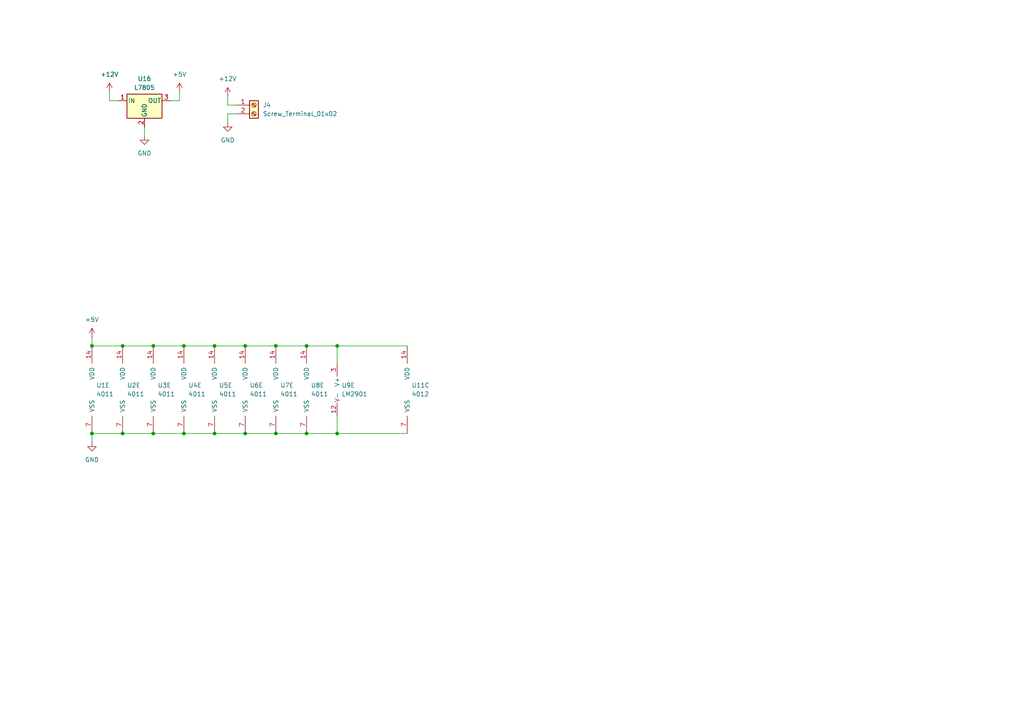
<source format=kicad_sch>
(kicad_sch (version 20231120) (generator "eeschema") (generator_version "8.0")
  (paper "A4")
  (lib_symbols
    (symbol "4xxx:4011" (pin_names (offset 1.016))
      (property "Reference" "U" (at 0 1.27 0))
      (property "Value" "4011" (at 0 -1.27 0))
      (symbol "4011_1_1"
        (arc (start 0 -3.81) (mid 3.7934 0) (end 0 3.81) (stroke (width 0.254)) (fill (type background)))
        (polyline (pts (xy 0 3.81) (xy -3.81 3.81) (xy -3.81 -3.81) (xy 0 -3.81)) (stroke (width 0.254)) (fill (type background)))
        (pin input line (at -7.62 2.54 0) (length 3.81) (name "~") (number "1"))
        (pin input line (at -7.62 -2.54 0) (length 3.81) (name "~") (number "2"))
        (pin output inverted (at 7.62 0 180) (length 3.81) (name "~") (number "3"))
      )
      (symbol "4011_1_2"
        (arc (start -3.81 -3.81) (mid -2.589 0) (end -3.81 3.81) (stroke (width 0.254)))
        (arc (start -0.6096 -3.81) (mid 2.1842 -2.5851) (end 3.81 0) (stroke (width 0.254)) (fill (type background)))
        (polyline (pts (xy -3.81 -3.81) (xy -0.635 -3.81)) (stroke (width 0.254)) (fill (type background)))
        (polyline (pts (xy -3.81 3.81) (xy -0.635 3.81)) (stroke (width 0.254)) (fill (type background)))
        (polyline (pts (xy -0.635 3.81) (xy -3.81 3.81) (xy -3.81 3.81) (xy -3.556 3.4036) (xy -3.0226 2.2606) (xy -2.6924 1.0414) (xy -2.6162 -0.254) (xy -2.7686 -1.4986) (xy -3.175 -2.7178) (xy -3.81 -3.81) (xy -3.81 -3.81) (xy -0.635 -3.81)) (stroke (width -25.4)) (fill (type background)))
        (arc (start 3.81 0) (mid 2.1915 2.5936) (end -0.6096 3.81) (stroke (width 0.254)) (fill (type background)))
        (pin input inverted (at -7.62 2.54 0) (length 4.318) (name "~") (number "1"))
        (pin input inverted (at -7.62 -2.54 0) (length 4.318) (name "~") (number "2"))
        (pin output line (at 7.62 0 180) (length 3.81) (name "~") (number "3"))
      )
      (symbol "4011_2_1"
        (arc (start 0 -3.81) (mid 3.7934 0) (end 0 3.81) (stroke (width 0.254)) (fill (type background)))
        (polyline (pts (xy 0 3.81) (xy -3.81 3.81) (xy -3.81 -3.81) (xy 0 -3.81)) (stroke (width 0.254)) (fill (type background)))
        (pin output inverted (at 7.62 0 180) (length 3.81) (name "~") (number "4"))
        (pin input line (at -7.62 2.54 0) (length 3.81) (name "~") (number "5"))
        (pin input line (at -7.62 -2.54 0) (length 3.81) (name "~") (number "6"))
      )
      (symbol "4011_2_2"
        (arc (start -3.81 -3.81) (mid -2.589 0) (end -3.81 3.81) (stroke (width 0.254)))
        (arc (start -0.6096 -3.81) (mid 2.1842 -2.5851) (end 3.81 0) (stroke (width 0.254)) (fill (type background)))
        (polyline (pts (xy -3.81 -3.81) (xy -0.635 -3.81)) (stroke (width 0.254)) (fill (type background)))
        (polyline (pts (xy -3.81 3.81) (xy -0.635 3.81)) (stroke (width 0.254)) (fill (type background)))
        (polyline (pts (xy -0.635 3.81) (xy -3.81 3.81) (xy -3.81 3.81) (xy -3.556 3.4036) (xy -3.0226 2.2606) (xy -2.6924 1.0414) (xy -2.6162 -0.254) (xy -2.7686 -1.4986) (xy -3.175 -2.7178) (xy -3.81 -3.81) (xy -3.81 -3.81) (xy -0.635 -3.81)) (stroke (width -25.4)) (fill (type background)))
        (arc (start 3.81 0) (mid 2.1915 2.5936) (end -0.6096 3.81) (stroke (width 0.254)) (fill (type background)))
        (pin output line (at 7.62 0 180) (length 3.81) (name "~") (number "4"))
        (pin input inverted (at -7.62 2.54 0) (length 4.318) (name "~") (number "5"))
        (pin input inverted (at -7.62 -2.54 0) (length 4.318) (name "~") (number "6"))
      )
      (symbol "4011_3_1"
        (arc (start 0 -3.81) (mid 3.7934 0) (end 0 3.81) (stroke (width 0.254)) (fill (type background)))
        (polyline (pts (xy 0 3.81) (xy -3.81 3.81) (xy -3.81 -3.81) (xy 0 -3.81)) (stroke (width 0.254)) (fill (type background)))
        (pin output inverted (at 7.62 0 180) (length 3.81) (name "~") (number "10"))
        (pin input line (at -7.62 2.54 0) (length 3.81) (name "~") (number "8"))
        (pin input line (at -7.62 -2.54 0) (length 3.81) (name "~") (number "9"))
      )
      (symbol "4011_3_2"
        (arc (start -3.81 -3.81) (mid -2.589 0) (end -3.81 3.81) (stroke (width 0.254)))
        (arc (start -0.6096 -3.81) (mid 2.1842 -2.5851) (end 3.81 0) (stroke (width 0.254)) (fill (type background)))
        (polyline (pts (xy -3.81 -3.81) (xy -0.635 -3.81)) (stroke (width 0.254)) (fill (type background)))
        (polyline (pts (xy -3.81 3.81) (xy -0.635 3.81)) (stroke (width 0.254)) (fill (type background)))
        (polyline (pts (xy -0.635 3.81) (xy -3.81 3.81) (xy -3.81 3.81) (xy -3.556 3.4036) (xy -3.0226 2.2606) (xy -2.6924 1.0414) (xy -2.6162 -0.254) (xy -2.7686 -1.4986) (xy -3.175 -2.7178) (xy -3.81 -3.81) (xy -3.81 -3.81) (xy -0.635 -3.81)) (stroke (width -25.4)) (fill (type background)))
        (arc (start 3.81 0) (mid 2.1915 2.5936) (end -0.6096 3.81) (stroke (width 0.254)) (fill (type background)))
        (pin output line (at 7.62 0 180) (length 3.81) (name "~") (number "10"))
        (pin input inverted (at -7.62 2.54 0) (length 4.318) (name "~") (number "8"))
        (pin input inverted (at -7.62 -2.54 0) (length 4.318) (name "~") (number "9"))
      )
      (symbol "4011_4_1"
        (arc (start 0 -3.81) (mid 3.7934 0) (end 0 3.81) (stroke (width 0.254)) (fill (type background)))
        (polyline (pts (xy 0 3.81) (xy -3.81 3.81) (xy -3.81 -3.81) (xy 0 -3.81)) (stroke (width 0.254)) (fill (type background)))
        (pin output inverted (at 7.62 0 180) (length 3.81) (name "~") (number "11"))
        (pin input line (at -7.62 2.54 0) (length 3.81) (name "~") (number "12"))
        (pin input line (at -7.62 -2.54 0) (length 3.81) (name "~") (number "13"))
      )
      (symbol "4011_4_2"
        (arc (start -3.81 -3.81) (mid -2.589 0) (end -3.81 3.81) (stroke (width 0.254)))
        (arc (start -0.6096 -3.81) (mid 2.1842 -2.5851) (end 3.81 0) (stroke (width 0.254)) (fill (type background)))
        (polyline (pts (xy -3.81 -3.81) (xy -0.635 -3.81)) (stroke (width 0.254)) (fill (type background)))
        (polyline (pts (xy -3.81 3.81) (xy -0.635 3.81)) (stroke (width 0.254)) (fill (type background)))
        (polyline (pts (xy -0.635 3.81) (xy -3.81 3.81) (xy -3.81 3.81) (xy -3.556 3.4036) (xy -3.0226 2.2606) (xy -2.6924 1.0414) (xy -2.6162 -0.254) (xy -2.7686 -1.4986) (xy -3.175 -2.7178) (xy -3.81 -3.81) (xy -3.81 -3.81) (xy -0.635 -3.81)) (stroke (width -25.4)) (fill (type background)))
        (arc (start 3.81 0) (mid 2.1915 2.5936) (end -0.6096 3.81) (stroke (width 0.254)) (fill (type background)))
        (pin output line (at 7.62 0 180) (length 3.81) (name "~") (number "11"))
        (pin input inverted (at -7.62 2.54 0) (length 4.318) (name "~") (number "12"))
        (pin input inverted (at -7.62 -2.54 0) (length 4.318) (name "~") (number "13"))
      )
      (symbol "4011_5_0"
        (pin power_in line (at 0 12.7 270) (length 5.08) (name "VDD") (number "14"))
        (pin power_in line (at 0 -12.7 90) (length 5.08) (name "VSS") (number "7"))
      )
      (symbol "4011_5_1"
        (rectangle (start -5.08 7.62) (end 5.08 -7.62) (stroke (width 0.254)) (fill (type background)))
      )
    )
    (symbol "4xxx:4012" (pin_names (offset 1.016))
      (property "Reference" "U" (at 0 1.27 0))
      (property "Value" "4012" (at 0 -1.27 0))
      (symbol "4012_1_1"
        (arc (start -0.635 -4.445) (mid 3.7907 0) (end -0.635 4.445) (stroke (width 0.254)) (fill (type background)))
        (polyline (pts (xy -0.635 4.445) (xy -3.81 4.445) (xy -3.81 -4.445) (xy -0.635 -4.445)) (stroke (width 0.254)) (fill (type background)))
        (pin output inverted (at 7.62 0 180) (length 3.81) (name "~") (number "1"))
        (pin input line (at -7.62 3.81 0) (length 3.81) (name "~") (number "2"))
        (pin input line (at -7.62 1.27 0) (length 3.81) (name "~") (number "3"))
        (pin input line (at -7.62 -1.27 0) (length 3.81) (name "~") (number "4"))
        (pin input line (at -7.62 -3.81 0) (length 3.81) (name "~") (number "5"))
      )
      (symbol "4012_1_2"
        (arc (start -3.81 -4.445) (mid -2.5908 0) (end -3.81 4.445) (stroke (width 0.254)))
        (arc (start -0.6096 -4.445) (mid 2.2246 -2.8422) (end 3.81 0) (stroke (width 0.254)) (fill (type background)))
        (polyline (pts (xy -3.81 -4.445) (xy -0.635 -4.445)) (stroke (width 0.254)) (fill (type background)))
        (polyline (pts (xy -3.81 4.445) (xy -0.635 4.445)) (stroke (width 0.254)) (fill (type background)))
        (polyline (pts (xy -0.635 4.445) (xy -3.81 4.445) (xy -3.81 4.445) (xy -3.6322 4.0894) (xy -3.0988 2.921) (xy -2.7686 1.6764) (xy -2.6162 0.4318) (xy -2.6416 -0.8636) (xy -2.8702 -2.1082) (xy -3.2512 -3.3274) (xy -3.81 -4.445) (xy -3.81 -4.445) (xy -0.635 -4.445)) (stroke (width -25.4)) (fill (type background)))
        (arc (start 3.81 0) (mid 2.2204 2.8379) (end -0.6096 4.445) (stroke (width 0.254)) (fill (type background)))
        (pin output line (at 7.62 0 180) (length 3.81) (name "~") (number "1"))
        (pin input inverted (at -7.62 3.81 0) (length 3.81) (name "~") (number "2"))
        (pin input inverted (at -7.62 1.27 0) (length 4.826) (name "~") (number "3"))
        (pin input inverted (at -7.62 -1.27 0) (length 4.826) (name "~") (number "4"))
        (pin input inverted (at -7.62 -3.81 0) (length 3.81) (name "~") (number "5"))
      )
      (symbol "4012_2_1"
        (arc (start -0.635 -4.445) (mid 3.7907 0) (end -0.635 4.445) (stroke (width 0.254)) (fill (type background)))
        (polyline (pts (xy -0.635 4.445) (xy -3.81 4.445) (xy -3.81 -4.445) (xy -0.635 -4.445)) (stroke (width 0.254)) (fill (type background)))
        (pin input line (at -7.62 1.27 0) (length 3.81) (name "~") (number "10"))
        (pin input line (at -7.62 -1.27 0) (length 3.81) (name "~") (number "11"))
        (pin input line (at -7.62 -3.81 0) (length 3.81) (name "~") (number "12"))
        (pin output inverted (at 7.62 0 180) (length 3.81) (name "~") (number "13"))
        (pin input line (at -7.62 3.81 0) (length 3.81) (name "~") (number "9"))
      )
      (symbol "4012_2_2"
        (arc (start -3.81 -4.445) (mid -2.5908 0) (end -3.81 4.445) (stroke (width 0.254)))
        (arc (start -0.6096 -4.445) (mid 2.2246 -2.8422) (end 3.81 0) (stroke (width 0.254)) (fill (type background)))
        (polyline (pts (xy -3.81 -4.445) (xy -0.635 -4.445)) (stroke (width 0.254)) (fill (type background)))
        (polyline (pts (xy -3.81 4.445) (xy -0.635 4.445)) (stroke (width 0.254)) (fill (type background)))
        (polyline (pts (xy -0.635 4.445) (xy -3.81 4.445) (xy -3.81 4.445) (xy -3.6322 4.0894) (xy -3.0988 2.921) (xy -2.7686 1.6764) (xy -2.6162 0.4318) (xy -2.6416 -0.8636) (xy -2.8702 -2.1082) (xy -3.2512 -3.3274) (xy -3.81 -4.445) (xy -3.81 -4.445) (xy -0.635 -4.445)) (stroke (width -25.4)) (fill (type background)))
        (arc (start 3.81 0) (mid 2.2204 2.8379) (end -0.6096 4.445) (stroke (width 0.254)) (fill (type background)))
        (pin input inverted (at -7.62 1.27 0) (length 4.826) (name "~") (number "10"))
        (pin input inverted (at -7.62 -1.27 0) (length 4.826) (name "~") (number "11"))
        (pin input inverted (at -7.62 -3.81 0) (length 3.81) (name "~") (number "12"))
        (pin output line (at 7.62 0 180) (length 3.81) (name "~") (number "13"))
        (pin input inverted (at -7.62 3.81 0) (length 3.81) (name "~") (number "9"))
      )
      (symbol "4012_3_0"
        (pin power_in line (at 0 12.7 270) (length 5.08) (name "VDD") (number "14"))
        (pin power_in line (at 0 -12.7 90) (length 5.08) (name "VSS") (number "7"))
      )
      (symbol "4012_3_1"
        (rectangle (start -5.08 7.62) (end 5.08 -7.62) (stroke (width 0.254)) (fill (type background)))
      )
    )
    (symbol "Comparator:LM2901" (pin_names (offset 0.127))
      (property "Reference" "U" (at 0 5.08 0))
      (property "Value" "LM2901" (at 0 -5.08 0))
      (symbol "LM2901_1_1"
        (polyline (pts (xy -5.08 5.08) (xy 5.08 0) (xy -5.08 -5.08) (xy -5.08 5.08)) (stroke (width 0.254)) (fill (type background)))
        (polyline (pts (xy 3.302 -0.508) (xy 2.794 -0.508) (xy 3.302 0) (xy 2.794 0.508) (xy 2.286 0) (xy 2.794 -0.508) (xy 2.286 -0.508)) (stroke (width 0.127)))
        (pin open_collector line (at 7.62 0 180) (length 2.54) (name "~") (number "2"))
        (pin input line (at -7.62 -2.54 0) (length 2.54) (name "-") (number "4"))
        (pin input line (at -7.62 2.54 0) (length 2.54) (name "+") (number "5"))
      )
      (symbol "LM2901_2_1"
        (polyline (pts (xy -5.08 5.08) (xy 5.08 0) (xy -5.08 -5.08) (xy -5.08 5.08)) (stroke (width 0.254)) (fill (type background)))
        (polyline (pts (xy 3.302 -0.508) (xy 2.794 -0.508) (xy 3.302 0) (xy 2.794 0.508) (xy 2.286 0) (xy 2.794 -0.508) (xy 2.286 -0.508)) (stroke (width 0.127)))
        (pin open_collector line (at 7.62 0 180) (length 2.54) (name "~") (number "1"))
        (pin input line (at -7.62 -2.54 0) (length 2.54) (name "-") (number "6"))
        (pin input line (at -7.62 2.54 0) (length 2.54) (name "+") (number "7"))
      )
      (symbol "LM2901_3_1"
        (polyline (pts (xy -5.08 5.08) (xy 5.08 0) (xy -5.08 -5.08) (xy -5.08 5.08)) (stroke (width 0.254)) (fill (type background)))
        (polyline (pts (xy 3.302 -0.508) (xy 2.794 -0.508) (xy 3.302 0) (xy 2.794 0.508) (xy 2.286 0) (xy 2.794 -0.508) (xy 2.286 -0.508)) (stroke (width 0.127)))
        (pin input line (at -7.62 -2.54 0) (length 2.54) (name "-") (number "10"))
        (pin input line (at -7.62 2.54 0) (length 2.54) (name "+") (number "11"))
        (pin open_collector line (at 7.62 0 180) (length 2.54) (name "~") (number "13"))
      )
      (symbol "LM2901_4_1"
        (polyline (pts (xy -5.08 5.08) (xy 5.08 0) (xy -5.08 -5.08) (xy -5.08 5.08)) (stroke (width 0.254)) (fill (type background)))
        (polyline (pts (xy 3.302 -0.508) (xy 2.794 -0.508) (xy 3.302 0) (xy 2.794 0.508) (xy 2.286 0) (xy 2.794 -0.508) (xy 2.286 -0.508)) (stroke (width 0.127)))
        (pin open_collector line (at 7.62 0 180) (length 2.54) (name "~") (number "14"))
        (pin input line (at -7.62 -2.54 0) (length 2.54) (name "-") (number "8"))
        (pin input line (at -7.62 2.54 0) (length 2.54) (name "+") (number "9"))
      )
      (symbol "LM2901_5_1"
        (pin power_in line (at -2.54 -7.62 90) (length 3.81) (name "V-") (number "12"))
        (pin power_in line (at -2.54 7.62 270) (length 3.81) (name "V+") (number "3"))
      )
    )
    (symbol "Connector:Screw_Terminal_01x02" (pin_names (offset 1.016) hide)
      (property "Reference" "J" (at 0 2.54 0))
      (property "Value" "Screw_Terminal_01x02" (at 0 -5.08 0))
      (symbol "Screw_Terminal_01x02_1_1"
        (rectangle (start -1.27 1.27) (end 1.27 -3.81) (stroke (width 0.254)) (fill (type background)))
        (circle (center 0 -2.54) (radius 0.635) (stroke (width 0.1524)))
        (polyline (pts (xy -0.5334 -2.2098) (xy 0.3302 -3.048)) (stroke (width 0.1524)))
        (polyline (pts (xy -0.5334 0.3302) (xy 0.3302 -0.508)) (stroke (width 0.1524)))
        (polyline (pts (xy -0.3556 -2.032) (xy 0.508 -2.8702)) (stroke (width 0.1524)))
        (polyline (pts (xy -0.3556 0.508) (xy 0.508 -0.3302)) (stroke (width 0.1524)))
        (circle (center 0 0) (radius 0.635) (stroke (width 0.1524)))
        (pin passive line (at -5.08 0 0) (length 3.81) (name "Pin_1") (number "1"))
        (pin passive line (at -5.08 -2.54 0) (length 3.81) (name "Pin_2") (number "2"))
      )
    )
    (symbol "Regulator_Linear:L7805" (pin_names (offset 0.254))
      (property "Reference" "U" (at -3.81 3.175 0))
      (property "Value" "L7805" (at 0 3.175 0))
      (symbol "L7805_0_1"
        (rectangle (start -5.08 1.905) (end 5.08 -5.08) (stroke (width 0.254)) (fill (type background)))
      )
      (symbol "L7805_1_1"
        (pin power_in line (at -7.62 0 0) (length 2.54) (name "IN") (number "1"))
        (pin power_in line (at 0 -7.62 90) (length 2.54) (name "GND") (number "2"))
        (pin power_out line (at 7.62 0 180) (length 2.54) (name "OUT") (number "3"))
      )
    )
    (symbol "power:+12V" (power) (pin_numbers hide) (pin_names (offset 0) hide)
      (property "Value" "+12V" (at 0 3.556 0))
      (symbol "+12V_0_1"
        (polyline (pts (xy -0.762 1.27) (xy 0 2.54)))
        (polyline (pts (xy 0 0) (xy 0 2.54)))
        (polyline (pts (xy 0 2.54) (xy 0.762 1.27)))
      )
      (symbol "+12V_1_1"
        (pin power_in line (at 0 0 90) (length 0) (name "~") (number "1"))
      )
    )
    (symbol "power:+5V" (power) (pin_numbers hide) (pin_names (offset 0) hide)
      (property "Value" "+5V" (at 0 3.556 0))
      (symbol "+5V_0_1"
        (polyline (pts (xy -0.762 1.27) (xy 0 2.54)))
        (polyline (pts (xy 0 0) (xy 0 2.54)))
        (polyline (pts (xy 0 2.54) (xy 0.762 1.27)))
      )
      (symbol "+5V_1_1"
        (pin power_in line (at 0 0 90) (length 0) (name "~") (number "1"))
      )
    )
    (symbol "power:GND" (power) (pin_numbers hide) (pin_names (offset 0) hide)
      (property "Value" "GND" (at 0 -3.81 0))
      (symbol "GND_0_1"
        (polyline (pts (xy 0 0) (xy 0 -1.27) (xy 1.27 -1.27) (xy 0 -2.54) (xy -1.27 -1.27) (xy 0 -1.27)))
      )
      (symbol "GND_1_1"
        (pin power_in line (at 0 0 270) (length 0) (name "~") (number "1"))
      )
    )
  )
  (junction (at 62.23 125.73))
  (junction (at 71.12 125.73))
  (junction (at 88.9 100.33))
  (junction (at 97.79 100.33))
  (junction (at 26.67 125.73))
  (junction (at 53.34 125.73))
  (junction (at 71.12 100.33))
  (junction (at 35.56 100.33))
  (junction (at 88.9 125.73))
  (junction (at 26.67 100.33))
  (junction (at 80.01 100.33))
  (junction (at 35.56 125.73))
  (junction (at 53.34 100.33))
  (junction (at 97.79 125.73))
  (junction (at 44.45 100.33))
  (junction (at 80.01 125.73))
  (junction (at 62.23 100.33))
  (junction (at 44.45 125.73))
  (wire (pts (xy 31.75 26.67) (xy 31.75 29.21)))
  (wire (pts (xy 41.91 36.83) (xy 41.91 39.37)))
  (wire (pts (xy 52.07 29.21) (xy 52.07 26.67)))
  (wire (pts (xy 66.04 33.02) (xy 66.04 35.56)))
  (wire (pts (xy 97.79 105.41) (xy 97.79 100.33)))
  (wire (pts (xy 66.04 27.94) (xy 66.04 30.48)))
  (wire (pts (xy 97.79 125.73) (xy 118.11 125.73)))
  (wire (pts (xy 80.01 125.73) (xy 88.9 125.73)))
  (wire (pts (xy 35.56 100.33) (xy 44.45 100.33)))
  (wire (pts (xy 53.34 100.33) (xy 62.23 100.33)))
  (wire (pts (xy 53.34 125.73) (xy 62.23 125.73)))
  (wire (pts (xy 44.45 100.33) (xy 53.34 100.33)))
  (wire (pts (xy 71.12 125.73) (xy 80.01 125.73)))
  (wire (pts (xy 80.01 100.33) (xy 88.9 100.33)))
  (wire (pts (xy 68.58 33.02) (xy 66.04 33.02)))
  (wire (pts (xy 26.67 125.73) (xy 26.67 128.27)))
  (wire (pts (xy 62.23 125.73) (xy 71.12 125.73)))
  (wire (pts (xy 62.23 100.33) (xy 71.12 100.33)))
  (wire (pts (xy 26.67 100.33) (xy 35.56 100.33)))
  (wire (pts (xy 44.45 125.73) (xy 53.34 125.73)))
  (wire (pts (xy 97.79 125.73) (xy 88.9 125.73)))
  (wire (pts (xy 31.75 29.21) (xy 34.29 29.21)))
  (wire (pts (xy 97.79 100.33) (xy 118.11 100.33)))
  (wire (pts (xy 26.67 125.73) (xy 35.56 125.73)))
  (wire (pts (xy 71.12 100.33) (xy 80.01 100.33)))
  (wire (pts (xy 35.56 125.73) (xy 44.45 125.73)))
  (wire (pts (xy 49.53 29.21) (xy 52.07 29.21)))
  (wire (pts (xy 66.04 30.48) (xy 68.58 30.48)))
  (wire (pts (xy 26.67 97.79) (xy 26.67 100.33)))
  (wire (pts (xy 97.79 100.33) (xy 88.9 100.33)))
  (wire (pts (xy 97.79 120.65) (xy 97.79 125.73)))
  (symbol (lib_id "power:GND") (at 66.04 35.56 0) (unit 1)
    (property "Reference" "#PWR039" (effects (hide yes)))
    (property "Value" "GND" (at 66.04 40.64 0))
    (property "Description" "Power symbol creates a global label with name \"GND\" , ground" (effects (hide yes)))
  )
  (symbol (lib_id "4xxx:4011") (at 80.01 113.03 0) (unit 5) (convert 2)
    (property "Reference" "U7" (at 81.28 111.76 0) (effects (justify left)))
    (property "Value" "4011" (at 81.28 114.3 0) (effects (justify left)))
    (property "Footprint" "Package_DIP:DIP-14_W7.62mm_Socket" (effects (hide yes)))
    (property "Datasheet" "http://www.intersil.com/content/dam/Intersil/documents/cd40/cd4011bms-12bms-23bms.pdf" (effects (hide yes)))
    (property "Description" "Quad Nand 2 inputs" (effects (hide yes)))
  )
  (symbol (lib_id "4xxx:4011") (at 44.45 113.03 0) (unit 5) (convert 2)
    (property "Reference" "U3" (at 45.72 111.76 0) (effects (justify left)))
    (property "Value" "4011" (at 45.72 114.3 0) (effects (justify left)))
    (property "Footprint" "Package_DIP:DIP-14_W7.62mm_Socket" (effects (hide yes)))
    (property "Datasheet" "http://www.intersil.com/content/dam/Intersil/documents/cd40/cd4011bms-12bms-23bms.pdf" (effects (hide yes)))
    (property "Description" "Quad Nand 2 inputs" (effects (hide yes)))
  )
  (symbol (lib_id "Regulator_Linear:L7805") (at 41.91 29.21 0) (unit 1)
    (property "Reference" "U16" (at 41.91 22.86 0))
    (property "Value" "L7805" (at 41.91 25.4 0))
    (property "Footprint" "Package_TO_SOT_THT:TO-220-3_Horizontal_TabDown" (effects (hide yes)))
    (property "Datasheet" "http://www.st.com/content/ccc/resource/technical/document/datasheet/41/4f/b3/b0/12/d4/47/88/CD00000444.pdf/files/CD00000444.pdf/jcr:content/translations/en.CD00000444.pdf" (effects (hide yes)))
    (property "Description" "Positive 1.5A 35V Linear Regulator, Fixed Output 5V, TO-220/TO-263/TO-252" (effects (hide yes)))
  )
  (symbol (lib_id "Connector:Screw_Terminal_01x02") (at 73.66 30.48 0) (unit 1)
    (property "Reference" "J4" (at 76.2 30.48 0) (effects (justify left)))
    (property "Value" "Screw_Terminal_01x02" (at 76.2 33.02 0) (effects (justify left)))
    (property "Footprint" "BSPD_footprints:ATF13-2P-BM03" (effects (hide yes)))
    (property "Description" "Generic screw terminal, single row, 01x02, script generated (kicad-library-utils/schlib/autogen/connector/)" (effects (hide yes)))
  )
  (symbol (lib_id "4xxx:4011") (at 26.67 113.03 0) (unit 5) (convert 2)
    (property "Reference" "U1" (at 27.94 111.76 0) (effects (justify left)))
    (property "Value" "4011" (at 27.94 114.3 0) (effects (justify left)))
    (property "Footprint" "Package_DIP:DIP-14_W7.62mm_Socket" (effects (hide yes)))
    (property "Datasheet" "http://www.intersil.com/content/dam/Intersil/documents/cd40/cd4011bms-12bms-23bms.pdf" (effects (hide yes)))
    (property "Description" "Quad Nand 2 inputs" (effects (hide yes)))
  )
  (symbol (lib_id "power:GND") (at 26.67 128.27 0) (unit 1)
    (property "Reference" "#PWR034" (effects (hide yes)))
    (property "Value" "GND" (at 26.67 133.35 0))
    (property "Description" "Power symbol creates a global label with name \"GND\" , ground" (effects (hide yes)))
  )
  (symbol (lib_id "4xxx:4011") (at 71.12 113.03 0) (unit 5) (convert 2)
    (property "Reference" "U6" (at 72.39 111.76 0) (effects (justify left)))
    (property "Value" "4011" (at 72.39 114.3 0) (effects (justify left)))
    (property "Footprint" "Package_DIP:DIP-14_W7.62mm_Socket" (effects (hide yes)))
    (property "Datasheet" "http://www.intersil.com/content/dam/Intersil/documents/cd40/cd4011bms-12bms-23bms.pdf" (effects (hide yes)))
    (property "Description" "Quad Nand 2 inputs" (effects (hide yes)))
  )
  (symbol (lib_id "4xxx:4011") (at 53.34 113.03 0) (unit 5) (convert 2)
    (property "Reference" "U4" (at 54.61 111.76 0) (effects (justify left)))
    (property "Value" "4011" (at 54.61 114.3 0) (effects (justify left)))
    (property "Footprint" "Package_DIP:DIP-14_W7.62mm_Socket" (effects (hide yes)))
    (property "Datasheet" "http://www.intersil.com/content/dam/Intersil/documents/cd40/cd4011bms-12bms-23bms.pdf" (effects (hide yes)))
    (property "Description" "Quad Nand 2 inputs" (effects (hide yes)))
  )
  (symbol (lib_id "Comparator:LM2901") (at 100.33 113.03 0) (unit 5)
    (property "Reference" "U9" (at 99.06 111.76 0) (effects (justify left)))
    (property "Value" "LM2901" (at 99.06 114.3 0) (effects (justify left)))
    (property "Footprint" "Package_DIP:DIP-14_W7.62mm_Socket" (effects (hide yes)))
    (property "Datasheet" "https://www.st.com/resource/en/datasheet/lm2901.pdf" (effects (hide yes)))
    (property "Description" "Quad Differential Comparators, DIP-14/SOIC-14/TSSOP-14" (effects (hide yes)))
  )
  (symbol (lib_id "4xxx:4011") (at 35.56 113.03 0) (unit 5) (convert 2)
    (property "Reference" "U2" (at 36.83 111.76 0) (effects (justify left)))
    (property "Value" "4011" (at 36.83 114.3 0) (effects (justify left)))
    (property "Footprint" "Package_DIP:DIP-14_W7.62mm_Socket" (effects (hide yes)))
    (property "Datasheet" "http://www.intersil.com/content/dam/Intersil/documents/cd40/cd4011bms-12bms-23bms.pdf" (effects (hide yes)))
    (property "Description" "Quad Nand 2 inputs" (effects (hide yes)))
  )
  (symbol (lib_id "4xxx:4011") (at 62.23 113.03 0) (unit 5) (convert 2)
    (property "Reference" "U5" (at 63.5 111.76 0) (effects (justify left)))
    (property "Value" "4011" (at 63.5 114.3 0) (effects (justify left)))
    (property "Footprint" "Package_DIP:DIP-14_W7.62mm_Socket" (effects (hide yes)))
    (property "Datasheet" "http://www.intersil.com/content/dam/Intersil/documents/cd40/cd4011bms-12bms-23bms.pdf" (effects (hide yes)))
    (property "Description" "Quad Nand 2 inputs" (effects (hide yes)))
  )
  (symbol (lib_id "power:+12V") (at 66.04 27.94 0) (unit 1)
    (property "Reference" "#PWR038" (effects (hide yes)))
    (property "Value" "+12V" (at 66.04 22.86 0))
    (property "Description" "Power symbol creates a global label with name \"+12V\"" (effects (hide yes)))
  )
  (symbol (lib_id "4xxx:4012") (at 118.11 113.03 0) (unit 3) (convert 2)
    (property "Reference" "U11" (at 119.38 111.76 0) (effects (justify left)))
    (property "Value" "4012" (at 119.38 114.3 0) (effects (justify left)))
    (property "Footprint" "Package_DIP:DIP-14_W7.62mm_Socket" (effects (hide yes)))
    (property "Datasheet" "http://www.intersil.com/content/dam/Intersil/documents/cd40/cd4011bms-12bms-23bms.pdf" (effects (hide yes)))
    (property "Description" "Dual 4 inputs Nand" (effects (hide yes)))
  )
  (symbol (lib_id "4xxx:4011") (at 88.9 113.03 0) (unit 5) (convert 2)
    (property "Reference" "U8" (at 90.17 111.76 0) (effects (justify left)))
    (property "Value" "4011" (at 90.17 114.3 0) (effects (justify left)))
    (property "Footprint" "Package_DIP:DIP-14_W7.62mm_Socket" (effects (hide yes)))
    (property "Datasheet" "http://www.intersil.com/content/dam/Intersil/documents/cd40/cd4011bms-12bms-23bms.pdf" (effects (hide yes)))
    (property "Description" "Quad Nand 2 inputs" (effects (hide yes)))
  )
  (symbol (lib_id "power:+5V") (at 26.67 97.79 0) (unit 1)
    (property "Reference" "#PWR033" (effects (hide yes)))
    (property "Value" "+5V" (at 26.67 92.71 0))
    (property "Description" "Power symbol creates a global label with name \"+5V\"" (effects (hide yes)))
  )
  (symbol (lib_id "power:+12V") (at 31.75 26.67 0) (unit 1)
    (property "Reference" "#PWR035" (effects (hide yes)))
    (property "Value" "+12V" (at 31.75 21.59 0))
    (property "Description" "Power symbol creates a global label with name \"+12V\"" (effects (hide yes)))
  )
  (symbol (lib_id "power:+5V") (at 52.07 26.67 0) (unit 1)
    (property "Reference" "#PWR036" (effects (hide yes)))
    (property "Value" "+5V" (at 52.07 21.59 0))
    (property "Description" "Power symbol creates a global label with name \"+5V\"" (effects (hide yes)))
  )
  (symbol (lib_id "power:GND") (at 41.91 39.37 0) (unit 1)
    (property "Reference" "#PWR037" (effects (hide yes)))
    (property "Value" "GND" (at 41.91 44.45 0))
    (property "Description" "Power symbol creates a global label with name \"GND\" , ground" (effects (hide yes)))
  )
)
</source>
